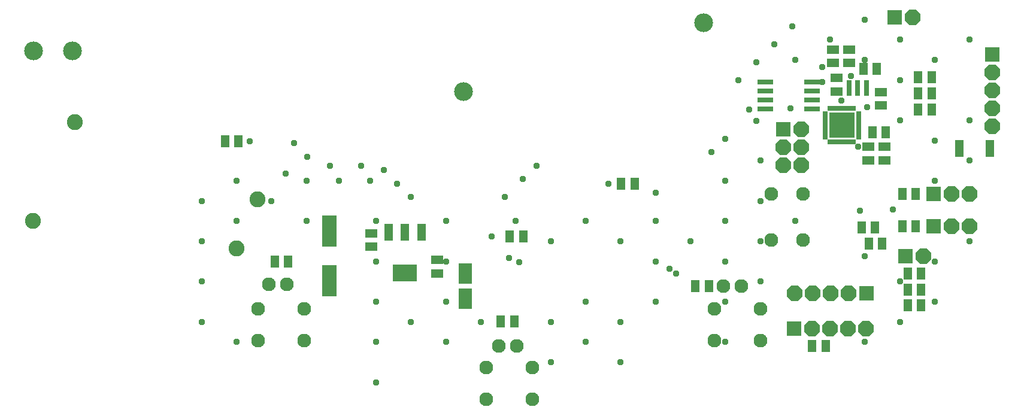
<source format=gbr>
G04 GENERATED BY PULSONIX 8.5 GERBER.DLL 5907*
G04 #@! TF.Part,Single*
%FSLAX35Y35*%
%LPD*%
%MOMM*%
G04 #@! TF.FileFunction,Soldermask,Top*
G04 #@! TA.AperFunction,ViaPad*
%ADD106C,0.95400*%
G04 #@! TA.AperFunction,ComponentPad*
%ADD107C,2.25400*%
G04 #@! TA.AperFunction,SMDPad*
%ADD109R,1.65400X1.15400*%
%ADD112R,2.15400X4.45400*%
G04 #@! TA.AperFunction,ComponentPad*
%ADD119C,2.65400*%
G04 #@! TA.AperFunction,SMDPad*
%ADD122R,1.15400X1.65400*%
G04 #@! TA.AperFunction,ComponentPad*
%ADD129C,1.95400*%
%ADD137R,2.15900X2.15900*%
%AMT138*0 Octagon pad*4,1,8,0.44714,1.07950,-0.44714,1.07950,-1.07950,0.44714,-1.07950,-0.44714,-0.44714,-1.07950,0.44714,-1.07950,1.07950,-0.44714,1.07950,0.44714,0.44714,1.07950,0*%
%ADD138T138*%
G04 #@! TA.AperFunction,SMDPad*
%ADD167R,2.20400X0.80400*%
%ADD207R,0.65400X2.25400*%
%ADD211R,0.48400X0.75400*%
%ADD212R,0.75400X0.48400*%
%ADD213R,3.65400X3.65400*%
%ADD250R,1.85400X2.85400*%
%ADD311R,1.30400X2.45400*%
%ADD430R,1.20400X2.40400*%
%ADD431R,3.50400X2.40400*%
X0Y0D02*
D02*
D106*
X2905034Y1345250D03*
Y1915250D03*
Y2485250D03*
Y3055250D03*
X3398668Y1060250D03*
Y2770250D03*
Y3340250D03*
X3586395Y3896500D03*
X3892302Y3055250D03*
X4090758Y3442750D03*
X4207508Y3873000D03*
X4385936Y2770250D03*
Y3340250D03*
X4398008Y3682500D03*
X4715508Y3555500D03*
X4842508Y3340250D03*
X5160008Y3555500D03*
X5287008Y3340250D03*
X5373204Y490250D03*
Y1060250D03*
Y1630250D03*
Y2200250D03*
Y2770250D03*
X5477508Y3492000D03*
X5668008Y3301500D03*
X5858508Y3111000D03*
X5866838Y1345250D03*
X6360472Y1060250D03*
Y1630250D03*
Y2200250D03*
Y2770250D03*
X6854106Y1345250D03*
X7001508Y2551500D03*
X7192008Y3111000D03*
X7249883Y2252125D03*
X7347740Y2770250D03*
X7395030Y2188625D03*
X7446008Y3365000D03*
X7636508Y3555500D03*
X7841374Y775250D03*
Y1345250D03*
Y2485250D03*
X8335008Y1060250D03*
Y1630250D03*
Y2770250D03*
X8652508Y3301500D03*
X8828642Y775250D03*
Y1345250D03*
Y2485250D03*
X9322276Y1630250D03*
Y2200250D03*
Y2770250D03*
Y3174500D03*
X9520008Y2093375D03*
X9615258Y2029875D03*
X9815910Y2485250D03*
X10113008Y3746000D03*
X10309544Y1060250D03*
Y1630250D03*
Y2200250D03*
Y2770250D03*
Y3340250D03*
Y3936500D03*
X10494008Y4762000D03*
X10647133Y4347625D03*
X10748008Y4190500D03*
Y5016000D03*
X10803178Y1915250D03*
Y2485250D03*
Y3055250D03*
Y3625250D03*
X11002008Y5270000D03*
X11234508Y4363500D03*
X11256008Y5524000D03*
X11296812Y2770250D03*
Y5050250D03*
X11679008Y4742000D03*
Y4950875D03*
X11790446Y5335250D03*
X11948883Y4474625D03*
X12081508Y4825500D03*
X12187008Y3823750D03*
X12208508Y2920500D03*
X12282258Y2276500D03*
X12284080Y1060250D03*
Y5050250D03*
Y5620250D03*
X12314008Y4379375D03*
X12679133Y2934750D03*
X12777714Y1345250D03*
Y1915250D03*
Y4195250D03*
Y4765250D03*
Y5335250D03*
X13271348Y1630250D03*
Y2200250D03*
Y3340250D03*
Y3910250D03*
Y5050250D03*
X13764982Y2485250D03*
Y3625250D03*
Y4195250D03*
Y5335250D03*
D02*
D107*
X520564Y2772099D03*
X1116038Y4174948D03*
X3396496Y2381317D03*
X3693452Y3080901D03*
D02*
D109*
X5307008Y2406250D03*
Y2596750D03*
X6232008Y2031250D03*
Y2221750D03*
X11832008Y5006250D03*
Y5196750D03*
X11882008Y4606250D03*
Y4796750D03*
X12057008Y5006250D03*
Y5196750D03*
X12332008Y3631250D03*
Y3821750D03*
X12507008Y4406250D03*
Y4596750D03*
X12557008Y3631250D03*
Y3821750D03*
D02*
D112*
X4707008Y1926500D03*
Y2626500D03*
D02*
D119*
X532008Y5176500D03*
X1082008D03*
X6607008Y4601500D03*
X10007008Y5576500D03*
D02*
D122*
X3236758Y3901500D03*
X3427258D03*
X3936758Y2201500D03*
X4127258D03*
X7136758Y1351500D03*
X7261758Y2551500D03*
X7327258Y1351500D03*
X7452258Y2551500D03*
X8836758Y3301500D03*
X9027258D03*
X9886758Y1851500D03*
X10077258D03*
X11536758Y1001500D03*
X11727258D03*
X12236758Y2676500D03*
X12261758Y4926500D03*
X12336758Y2451500D03*
X12386758Y4026500D03*
X12427258Y2676500D03*
X12452258Y4926500D03*
X12527258Y2451500D03*
X12577258Y4026500D03*
X12811758Y2701500D03*
Y3151500D03*
X12886758Y1576500D03*
Y1801500D03*
Y2026500D03*
X13002258Y2701500D03*
Y3151500D03*
X13036758Y4351500D03*
Y4576500D03*
Y4801500D03*
X13077258Y1576500D03*
Y1801500D03*
Y2026500D03*
X13227258Y4351500D03*
Y4576500D03*
Y4801500D03*
D02*
D129*
X3707008Y1076500D03*
Y1526500D03*
X3855008Y1876500D03*
X4109008D03*
X4357008Y1076500D03*
Y1526500D03*
X6932008Y251500D03*
Y701500D03*
X7105008Y1001500D03*
X7359008D03*
X7582008Y251500D03*
Y701500D03*
X10157008Y1076500D03*
Y1526500D03*
X10280008Y1851500D03*
X10534008D03*
X10807008Y1076500D03*
Y1526500D03*
X10957008Y2501500D03*
Y3151500D03*
X11407008Y2501500D03*
Y3151500D03*
D02*
D137*
X11132008Y4068500D03*
X11282008Y1251500D03*
X12307008Y1751500D03*
X12707008Y5651500D03*
X12857008Y2276500D03*
X13257008Y2701500D03*
Y3151500D03*
X14082008Y5126500D03*
D02*
D138*
X11132008Y3560500D03*
Y3814500D03*
X11291008Y1751500D03*
X11386008Y3560500D03*
Y3814500D03*
Y4068500D03*
X11536008Y1251500D03*
X11545008Y1751500D03*
X11790008Y1251500D03*
X11799008Y1751500D03*
X12044008Y1251500D03*
X12053008Y1751500D03*
X12298008Y1251500D03*
X12961008Y5651500D03*
X13111008Y2276500D03*
X13511008Y2701500D03*
Y3151500D03*
X13765008Y2701500D03*
Y3151500D03*
X14082008Y4110500D03*
Y4364500D03*
Y4618500D03*
Y4872500D03*
D02*
D167*
X10877008Y4361000D03*
Y4488000D03*
Y4615000D03*
Y4742000D03*
X11537008Y4361000D03*
Y4488000D03*
Y4615000D03*
Y4742000D03*
D02*
D207*
X12062008Y4651500D03*
X12182008D03*
X12302008D03*
D02*
D211*
X11782008Y3891500D03*
Y4361500D03*
X11832008Y3891500D03*
Y4361500D03*
X11882008Y3891500D03*
Y4361500D03*
X11932008Y3891500D03*
Y4361500D03*
X11982008Y3891500D03*
Y4361500D03*
X12032008Y3891500D03*
Y4361500D03*
X12082008Y3891500D03*
Y4361500D03*
X12132008Y3891500D03*
Y4361500D03*
D02*
D212*
X11722008Y3951500D03*
Y4001500D03*
Y4051500D03*
Y4101500D03*
Y4151500D03*
Y4201500D03*
Y4251500D03*
Y4301500D03*
X12192008Y3951500D03*
Y4001500D03*
Y4051500D03*
Y4101500D03*
Y4151500D03*
Y4201500D03*
Y4251500D03*
Y4301500D03*
D02*
D213*
X11957008Y4126500D03*
D02*
D250*
X6632008Y1671500D03*
Y2031500D03*
D02*
D311*
X13614508Y3801500D03*
X14049508D03*
D02*
D430*
X5552008Y2616500D03*
X5782008D03*
X6012008D03*
D02*
D431*
X5782008Y2036500D03*
X0Y0D02*
M02*

</source>
